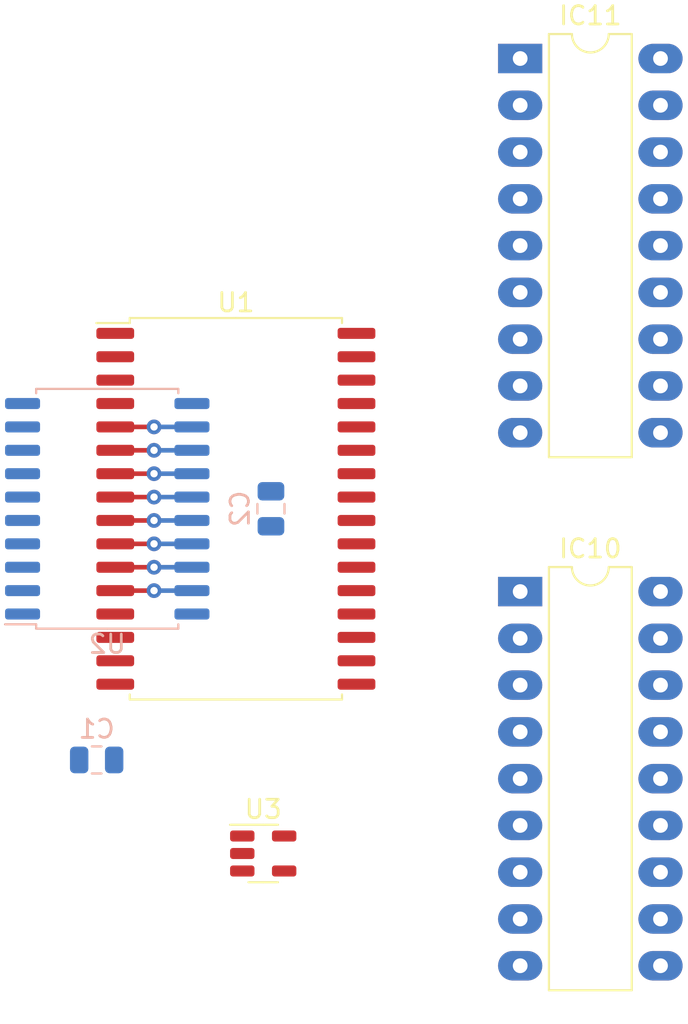
<source format=kicad_pcb>
(kicad_pcb (version 20211014) (generator pcbnew)
  (layers (0 "F.Cu" signal) (31 "B.Cu" signal) (34 "B.Paste" user) (35 "F.Paste" user) (36 "B.SilkS" user "B.Silkscreen") (37 "F.SilkS" user "F.Silkscreen") (38 "B.Mask" user) (39 "F.Mask" user) (44 "Edge.Cuts" user))
  (net 0 "")
  (net 1 "VCC")
  (net 2 "GND")
  (net 4 "/MA6")
  (net 5 "/MA4")
  (net 6 "/A7")
  (net 7 "/A6")
  (net 8 "/A5")
  (net 9 "/A4")
  (net 10 "/A3")
  (net 11 "/A2")
  (net 12 "/A1")
  (net 13 "/A0")
  (net 14 "/D0")
  (net 15 "/D1")
  (net 16 "/D2")
  (net 17 "/D3")
  (net 18 "/D4")
  (net 19 "/D5")
  (net 20 "/D6")
  (net 21 "/D7")
  (net 22 "Net-(U1-Pad22)")
  (net 23 "/MA2")
  (net 24 "/~{OE}")
  (net 25 "/MA3")
  (net 26 "/MA1")
  (net 27 "/MA0")
  (net 28 "/MA5")
  (net 29 "/~{WE}")
  (net 30 "/MA7")
  (net 31 "/~{RAS}")
  (net 32 "/~{CAS}")
  (footprint "Package_DIP:DIP-18_W7.62mm_LongPads" (layer "F.Cu") (at 151.115 66.05)
    (fp_text reference "IC11" (at 3.81 -2.33) (layer "F.SilkS"))
    (fp_text value "TMS4464")
    (fp_line (start 1.56 -1.33) (end 1.56 21.65) (layer "F.SilkS") (width 0.12))
    (fp_line (start 1.56 21.65) (end 6.06 21.65) (layer "F.SilkS") (width 0.12))
    (fp_line (start 2.81 -1.33) (end 1.56 -1.33) (layer "F.SilkS") (width 0.12))
    (fp_line (start 6.06 21.65) (end 6.06 -1.33) (layer "F.SilkS") (width 0.12))
    (fp_line (start 6.06 -1.33) (end 4.81 -1.33) (layer "F.SilkS") (width 0.12))
    (fp_arc (start 4.81 -1.33) (mid 3.81 -0.33) (end 2.81 -1.33) (layer "F.SilkS") (width 0.12))
    (pad "1" thru_hole rect locked (at 0 0) (size 2.4 1.6) (drill 0.8) (layers *.Cu *.Mask))
    (pad "2" thru_hole oval locked (at 0 2.54) (size 2.4 1.6) (drill 0.8) (layers *.Cu *.Mask) (net 14 "/D0"))
    (pad "3" thru_hole oval locked (at 0 5.08) (size 2.4 1.6) (drill 0.8) (layers *.Cu *.Mask) (net 15 "/D1"))
    (pad "4" thru_hole oval locked (at 0 7.62) (size 2.4 1.6) (drill 0.8) (layers *.Cu *.Mask))
    (pad "5" thru_hole oval locked (at 0 10.16) (size 2.4 1.6) (drill 0.8) (layers *.Cu *.Mask))
    (pad "6" thru_hole oval locked (at 0 12.7) (size 2.4 1.6) (drill 0.8) (layers *.Cu *.Mask))
    (pad "7" thru_hole oval locked (at 0 15.24) (size 2.4 1.6) (drill 0.8) (layers *.Cu *.Mask))
    (pad "8" thru_hole oval locked (at 0 17.78) (size 2.4 1.6) (drill 0.8) (layers *.Cu *.Mask))
    (pad "9" thru_hole oval locked (at 0 20.32) (size 2.4 1.6) (drill 0.8) (layers *.Cu *.Mask) (net 1 "VCC"))
    (pad "10" thru_hole oval locked (at 7.62 20.32) (size 2.4 1.6) (drill 0.8) (layers *.Cu *.Mask))
    (pad "11" thru_hole oval locked (at 7.62 17.78) (size 2.4 1.6) (drill 0.8) (layers *.Cu *.Mask))
    (pad "12" thru_hole oval locked (at 7.62 15.24) (size 2.4 1.6) (drill 0.8) (layers *.Cu *.Mask))
    (pad "13" thru_hole oval locked (at 7.62 12.7) (size 2.4 1.6) (drill 0.8) (layers *.Cu *.Mask))
    (pad "14" thru_hole oval locked (at 7.62 10.16) (size 2.4 1.6) (drill 0.8) (layers *.Cu *.Mask))
    (pad "15" thru_hole oval locked (at 7.62 7.62) (size 2.4 1.6) (drill 0.8) (layers *.Cu *.Mask) (net 16 "/D2"))
    (pad "16" thru_hole oval locked (at 7.62 5.08) (size 2.4 1.6) (drill 0.8) (layers *.Cu *.Mask))
    (pad "17" thru_hole oval locked (at 7.62 2.54) (size 2.4 1.6) (drill 0.8) (layers *.Cu *.Mask) (net 17 "/D3"))
    (pad "18" thru_hole oval locked (at 7.62 0) (size 2.4 1.6) (drill 0.8) (layers *.Cu *.Mask) (net 2 "GND"))
  )
  (footprint "Package_TO_SOT_SMD:SOT-23-5" (layer "F.Cu") (at 137.16 109.22)
    (fp_text reference "U3" (at 0 -2.4) (layer "F.SilkS"))
    (fp_text value "74LVC1G32")
    (fp_line (start 0 1.56) (end 0.8 1.56) (layer "F.SilkS") (width 0.12))
    (fp_line (start 0 1.56) (end -0.8 1.56) (layer "F.SilkS") (width 0.12))
    (fp_line (start 0 -1.56) (end 0.8 -1.56) (layer "F.SilkS") (width 0.12))
    (fp_line (start 0 -1.56) (end -1.8 -1.56) (layer "F.SilkS") (width 0.12))
    (pad "1" smd roundrect (at -1.1375 -0.95) (size 1.325 0.6) (layers "F.Cu" "F.Paste" "F.Mask") (net 31 "/~{RAS}"))
    (pad "2" smd roundrect (at -1.1375 0) (size 1.325 0.6) (layers "F.Cu" "F.Paste" "F.Mask") (net 32 "/~{CAS}"))
    (pad "3" smd roundrect (at -1.1375 0.95) (size 1.325 0.6) (layers "F.Cu" "F.Paste" "F.Mask") (net 2 "GND"))
    (pad "4" smd roundrect (at 1.1375 0.95) (size 1.325 0.6) (layers "F.Cu" "F.Paste" "F.Mask") (net 22 "Net-(U1-Pad22)"))
    (pad "5" smd roundrect (at 1.1375 -0.95) (size 1.325 0.6) (layers "F.Cu" "F.Paste" "F.Mask") (net 1 "VCC"))
  )
  (footprint "Package_DIP:DIP-18_W7.62mm_LongPads" (layer "F.Cu") (at 151.115 94.996)
    (fp_text reference "IC10" (at 3.81 -2.33) (layer "F.SilkS"))
    (fp_text value "TMS4464")
    (fp_line (start 1.56 -1.33) (end 1.56 21.65) (layer "F.SilkS") (width 0.12))
    (fp_line (start 1.56 21.65) (end 6.06 21.65) (layer "F.SilkS") (width 0.12))
    (fp_line (start 6.06 -1.33) (end 4.81 -1.33) (layer "F.SilkS") (width 0.12))
    (fp_line (start 2.81 -1.33) (end 1.56 -1.33) (layer "F.SilkS") (width 0.12))
    (fp_line (start 6.06 21.65) (end 6.06 -1.33) (layer "F.SilkS") (width 0.12))
    (fp_arc (start 4.81 -1.33) (mid 3.81 -0.33) (end 2.81 -1.33) (layer "F.SilkS") (width 0.12))
    (pad "1" thru_hole rect locked (at 0 0) (size 2.4 1.6) (drill 0.8) (layers *.Cu *.Mask) (net 24 "/~{OE}"))
    (pad "2" thru_hole oval locked (at 0 2.54) (size 2.4 1.6) (drill 0.8) (layers *.Cu *.Mask) (net 18 "/D4"))
    (pad "3" thru_hole oval locked (at 0 5.08) (size 2.4 1.6) (drill 0.8) (layers *.Cu *.Mask) (net 19 "/D5"))
    (pad "4" thru_hole oval locked (at 0 7.62) (size 2.4 1.6) (drill 0.8) (layers *.Cu *.Mask) (net 29 "/~{WE}"))
    (pad "5" thru_hole oval locked (at 0 10.16) (size 2.4 1.6) (drill 0.8) (layers *.Cu *.Mask) (net 31 "/~{RAS}"))
    (pad "6" thru_hole oval locked (at 0 12.7) (size 2.4 1.6) (drill 0.8) (layers *.Cu *.Mask) (net 4 "/MA6"))
    (pad "7" thru_hole oval locked (at 0 15.24) (size 2.4 1.6) (drill 0.8) (layers *.Cu *.Mask) (net 28 "/MA5"))
    (pad "8" thru_hole oval locked (at 0 17.78) (size 2.4 1.6) (drill 0.8) (layers *.Cu *.Mask) (net 5 "/MA4"))
    (pad "9" thru_hole oval locked (at 0 20.32) (size 2.4 1.6) (drill 0.8) (layers *.Cu *.Mask) (net 1 "VCC"))
    (pad "10" thru_hole oval locked (at 7.62 20.32) (size 2.4 1.6) (drill 0.8) (layers *.Cu *.Mask) (net 30 "/MA7"))
    (pad "11" thru_hole oval locked (at 7.62 17.78) (size 2.4 1.6) (drill 0.8) (layers *.Cu *.Mask) (net 25 "/MA3"))
    (pad "12" thru_hole oval locked (at 7.62 15.24) (size 2.4 1.6) (drill 0.8) (layers *.Cu *.Mask) (net 23 "/MA2"))
    (pad "13" thru_hole oval locked (at 7.62 12.7) (size 2.4 1.6) (drill 0.8) (layers *.Cu *.Mask) (net 26 "/MA1"))
    (pad "14" thru_hole oval locked (at 7.62 10.16) (size 2.4 1.6) (drill 0.8) (layers *.Cu *.Mask) (net 27 "/MA0"))
    (pad "15" thru_hole oval locked (at 7.62 7.62) (size 2.4 1.6) (drill 0.8) (layers *.Cu *.Mask) (net 20 "/D6"))
    (pad "16" thru_hole oval locked (at 7.62 5.08) (size 2.4 1.6) (drill 0.8) (layers *.Cu *.Mask) (net 32 "/~{CAS}"))
    (pad "17" thru_hole oval locked (at 7.62 2.54) (size 2.4 1.6) (drill 0.8) (layers *.Cu *.Mask) (net 21 "/D7"))
    (pad "18" thru_hole oval locked (at 7.62 0) (size 2.4 1.6) (drill 0.8) (layers *.Cu *.Mask) (net 2 "GND"))
  )
  (footprint "Package_SO:SSOP-32_11.305x20.495mm_P1.27mm" (layer "F.Cu") (at 135.675 90.5)
    (fp_text reference "U1" (at 0 -11.2) (layer "F.SilkS"))
    (fp_text value "IS62C1024AL-35QLI")
    (fp_line (start -5.7625 10.3575) (end -5.7625 10.085) (layer "F.SilkS") (width 0.12))
    (fp_line (start -5.7625 -10.3575) (end -5.7625 -10.085) (layer "F.SilkS") (width 0.12))
    (fp_line (start 0 10.3575) (end -5.7625 10.3575) (layer "F.SilkS") (width 0.12))
    (fp_line (start 0 -10.3575) (end -5.7625 -10.3575) (layer "F.SilkS") (width 0.12))
    (fp_line (start 5.7625 10.3575) (end 5.7625 10.085) (layer "F.SilkS") (width 0.12))
    (fp_line (start 0 10.3575) (end 5.7625 10.3575) (layer "F.SilkS") (width 0.12))
    (fp_line (start 0 -10.3575) (end 5.7625 -10.3575) (layer "F.SilkS") (width 0.12))
    (fp_line (start -5.7625 -10.085) (end -7.575 -10.085) (layer "F.SilkS") (width 0.12))
    (fp_line (start 5.7625 -10.3575) (end 5.7625 -10.085) (layer "F.SilkS") (width 0.12))
    (pad "1" smd roundrect (at -6.55 -9.525) (size 2.05 0.6) (layers "F.Cu" "F.Paste" "F.Mask"))
    (pad "2" smd roundrect (at -6.55 -8.255) (size 2.05 0.6) (layers "F.Cu" "F.Paste" "F.Mask") (net 2 "GND"))
    (pad "3" smd roundrect (at -6.55 -6.985) (size 2.05 0.6) (layers "F.Cu" "F.Paste" "F.Mask") (net 4 "/MA6"))
    (pad "4" smd roundrect (at -6.55 -5.715) (size 2.05 0.6) (layers "F.Cu" "F.Paste" "F.Mask") (net 5 "/MA4"))
    (pad "5" smd roundrect (at -6.55 -4.445) (size 2.05 0.6) (layers "F.Cu" "F.Paste" "F.Mask") (net 6 "/A7"))
    (pad "6" smd roundrect (at -6.55 -3.175) (size 2.05 0.6) (layers "F.Cu" "F.Paste" "F.Mask") (net 7 "/A6"))
    (pad "7" smd roundrect (at -6.55 -1.905) (size 2.05 0.6) (layers "F.Cu" "F.Paste" "F.Mask") (net 8 "/A5"))
    (pad "8" smd roundrect (at -6.55 -0.635) (size 2.05 0.6) (layers "F.Cu" "F.Paste" "F.Mask") (net 9 "/A4"))
    (pad "9" smd roundrect (at -6.55 0.635) (size 2.05 0.6) (layers "F.Cu" "F.Paste" "F.Mask") (net 10 "/A3"))
    (pad "10" smd roundrect (at -6.55 1.905) (size 2.05 0.6) (layers "F.Cu" "F.Paste" "F.Mask") (net 11 "/A2"))
    (pad "11" smd roundrect (at -6.55 3.175) (size 2.05 0.6) (layers "F.Cu" "F.Paste" "F.Mask") (net 12 "/A1"))
    (pad "12" smd roundrect (at -6.55 4.445) (size 2.05 0.6) (layers "F.Cu" "F.Paste" "F.Mask") (net 13 "/A0"))
    (pad "13" smd roundrect (at -6.55 5.715) (size 2.05 0.6) (layers "F.Cu" "F.Paste" "F.Mask") (net 14 "/D0"))
    (pad "14" smd roundrect (at -6.55 6.985) (size 2.05 0.6) (layers "F.Cu" "F.Paste" "F.Mask") (net 15 "/D1"))
    (pad "15" smd roundrect (at -6.55 8.255) (size 2.05 0.6) (layers "F.Cu" "F.Paste" "F.Mask") (net 16 "/D2"))
    (pad "16" smd roundrect (at -6.55 9.525) (size 2.05 0.6) (layers "F.Cu" "F.Paste" "F.Mask") (net 2 "GND"))
    (pad "17" smd roundrect (at 6.55 9.525) (size 2.05 0.6) (layers "F.Cu" "F.Paste" "F.Mask") (net 17 "/D3"))
    (pad "18" smd roundrect (at 6.55 8.255) (size 2.05 0.6) (layers "F.Cu" "F.Paste" "F.Mask") (net 18 "/D4"))
    (pad "19" smd roundrect (at 6.55 6.985) (size 2.05 0.6) (layers "F.Cu" "F.Paste" "F.Mask") (net 19 "/D5"))
    (pad "20" smd roundrect (at 6.55 5.715) (size 2.05 0.6) (layers "F.Cu" "F.Paste" "F.Mask") (net 20 "/D6"))
    (pad "21" smd roundrect (at 6.55 4.445) (size 2.05 0.6) (layers "F.Cu" "F.Paste" "F.Mask") (net 21 "/D7"))
    (pad "22" smd roundrect (at 6.55 3.175) (size 2.05 0.6) (layers "F.Cu" "F.Paste" "F.Mask") (net 22 "Net-(U1-Pad22)"))
    (pad "23" smd roundrect (at 6.55 1.905) (size 2.05 0.6) (layers "F.Cu" "F.Paste" "F.Mask") (net 23 "/MA2"))
    (pad "24" smd roundrect (at 6.55 0.635) (size 2.05 0.6) (layers "F.Cu" "F.Paste" "F.Mask") (net 24 "/~{OE}"))
    (pad "25" smd roundrect (at 6.55 -0.635) (size 2.05 0.6) (layers "F.Cu" "F.Paste" "F.Mask") (net 25 "/MA3"))
    (pad "26" smd roundrect (at 6.55 -1.905) (size 2.05 0.6) (layers "F.Cu" "F.Paste" "F.Mask") (net 26 "/MA1"))
    (pad "27" smd roundrect (at 6.55 -3.175) (size 2.05 0.6) (layers "F.Cu" "F.Paste" "F.Mask") (net 27 "/MA0"))
    (pad "28" smd roundrect (at 6.55 -4.445) (size 2.05 0.6) (layers "F.Cu" "F.Paste" "F.Mask") (net 28 "/MA5"))
    (pad "29" smd roundrect (at 6.55 -5.715) (size 2.05 0.6) (layers "F.Cu" "F.Paste" "F.Mask") (net 29 "/~{WE}"))
    (pad "30" smd roundrect (at 6.55 -6.985) (size 2.05 0.6) (layers "F.Cu" "F.Paste" "F.Mask") (net 1 "VCC"))
    (pad "31" smd roundrect (at 6.55 -8.255) (size 2.05 0.6) (layers "F.Cu" "F.Paste" "F.Mask") (net 30 "/MA7"))
    (pad "32" smd roundrect (at 6.55 -9.525) (size 2.05 0.6) (layers "F.Cu" "F.Paste" "F.Mask") (net 1 "VCC"))
  )
  (footprint "Package_SO:SOP-20_7.5x12.8mm_P1.27mm" (layer "B.Cu") (at 128.69 90.5)
    (fp_text reference "U2" (at 0 7.35) (layer "B.SilkS") (effects (justify mirror)))
    (fp_text value "74HCT573")
    (fp_line (start 3.86 -6.51) (end 3.86 -6.275) (layer "B.SilkS") (width 0.12))
    (fp_line (start 0 6.51) (end 3.86 6.51) (layer "B.SilkS") (width 0.12))
    (fp_line (start 3.86 6.51) (end 3.86 6.275) (layer "B.SilkS") (width 0.12))
    (fp_line (start -3.86 6.275) (end -5.55 6.275) (layer "B.SilkS") (width 0.12))
    (fp_line (start -3.86 6.51) (end -3.86 6.275) (layer "B.SilkS") (width 0.12))
    (fp_line (start 0 -6.51) (end 3.86 -6.51) (layer "B.SilkS") (width 0.12))
    (fp_line (start 0 6.51) (end -3.86 6.51) (layer "B.SilkS") (width 0.12))
    (fp_line (start 0 -6.51) (end -3.86 -6.51) (layer "B.SilkS") (width 0.12))
    (fp_line (start -3.86 -6.51) (end -3.86 -6.275) (layer "B.SilkS") (width 0.12))
    (pad "1" smd roundrect (at -4.6 5.715) (size 1.9 0.6) (layers "B.Cu" "B.Paste" "B.Mask") (net 2 "GND"))
    (pad "2" smd roundrect (at -4.6 4.445) (size 1.9 0.6) (layers "B.Cu" "B.Paste" "B.Mask") (net 27 "/MA0"))
    (pad "3" smd roundrect (at -4.6 3.175) (size 1.9 0.6) (layers "B.Cu" "B.Paste" "B.Mask") (net 26 "/MA1"))
    (pad "4" smd roundrect (at -4.6 1.905) (size 1.9 0.6) (layers "B.Cu" "B.Paste" "B.Mask") (net 23 "/MA2"))
    (pad "5" smd roundrect (at -4.6 0.635) (size 1.9 0.6) (layers "B.Cu" "B.Paste" "B.Mask") (net 25 "/MA3"))
    (pad "6" smd roundrect (at -4.6 -0.635) (size 1.9 0.6) (layers "B.Cu" "B.Paste" "B.Mask") (net 5 "/MA4"))
    (pad "7" smd roundrect (at -4.6 -1.905) (size 1.9 0.6) (layers "B.Cu" "B.Paste" "B.Mask") (net 28 "/MA5"))
    (pad "8" smd roundrect (at -4.6 -3.175) (size 1.9 0.6) (layers "B.Cu" "B.Paste" "B.Mask") (net 4 "/MA6"))
    (pad "9" smd roundrect (at -4.6 -4.445) (size 1.9 0.6) (layers "B.Cu" "B.Paste" "B.Mask") (net 30 "/MA7"))
    (pad "10" smd roundrect (at -4.6 -5.715) (size 1.9 0.6) (layers "B.Cu" "B.Paste" "B.Mask") (net 2 "GND"))
    (pad "11" smd roundrect (at 4.6 -5.715) (size 1.9 0.6) (layers "B.Cu" "B.Paste" "B.Mask") (net 31 "/~{RAS}"))
    (pad "12" smd roundrect (at 4.6 -4.445) (size 1.9 0.6) (layers "B.Cu" "B.Paste" "B.Mask") (net 6 "/A7"))
    (pad "13" smd roundrect (at 4.6 -3.175) (size 1.9 0.6) (layers "B.Cu" "B.Paste" "B.Mask") (net 7 "/A6"))
    (pad "14" smd roundrect (at 4.6 -1.905) (size 1.9 0.6) (layers "B.Cu" "B.Paste" "B.Mask") (net 8 "/A5"))
    (pad "15" smd roundrect (at 4.6 -0.635) (size 1.9 0.6) (layers "B.Cu" "B.Paste" "B.Mask") (net 9 "/A4"))
    (pad "16" smd roundrect (at 4.6 0.635) (size 1.9 0.6) (layers "B.Cu" "B.Paste" "B.Mask") (net 10 "/A3"))
    (pad "17" smd roundrect (at 4.6 1.905) (size 1.9 0.6) (layers "B.Cu" "B.Paste" "B.Mask") (net 11 "/A2"))
    (pad "18" smd roundrect (at 4.6 3.175) (size 1.9 0.6) (layers "B.Cu" "B.Paste" "B.Mask") (net 12 "/A1"))
    (pad "19" smd roundrect (at 4.6 4.445) (size 1.9 0.6) (layers "B.Cu" "B.Paste" "B.Mask") (net 13 "/A0"))
    (pad "20" smd roundrect (at 4.6 5.715) (size 1.9 0.6) (layers "B.Cu" "B.Paste" "B.Mask") (net 1 "VCC"))
  )
  (footprint "Capacitor_SMD:C_0805_2012Metric" (layer "B.Cu") (at 137.58 90.5 -90)
    (fp_text reference "C2" (at 0 1.68 90) (layer "B.SilkS") (effects (justify mirror)))
    (fp_text value "100nF")
    (fp_line (start -0.261252 0.735) (end 0.261252 0.735) (layer "B.SilkS") (width 0.12))
    (fp_line (start -0.261252 -0.735) (end 0.261252 -0.735) (layer "B.SilkS") (width 0.12))
    (pad "1" smd roundrect (at -0.95 0 270) (size 1 1.45) (layers "B.Cu" "B.Paste" "B.Mask") (net 1 "VCC"))
    (pad "2" smd roundrect (at 0.95 0 270) (size 1 1.45) (layers "B.Cu" "B.Paste" "B.Mask") (net 2 "GND"))
  )
  (footprint "Capacitor_SMD:C_0805_2012Metric" (layer "B.Cu") (at 128.115 104.14 180)
    (fp_text reference "C1" (at 0 1.68) (layer "B.SilkS") (effects (justify mirror)))
    (fp_text value "100nF")
    (fp_line (start -0.261252 -0.735) (end 0.261252 -0.735) (layer "B.SilkS") (width 0.12))
    (fp_line (start -0.261252 0.735) (end 0.261252 0.735) (layer "B.SilkS") (width 0.12))
    (pad "1" smd roundrect (at -0.95 0 180) (size 1 1.45) (layers "B.Cu" "B.Paste" "B.Mask") (net 1 "VCC"))
    (pad "2" smd roundrect (at 0.95 0 180) (size 1 1.45) (layers "B.Cu" "B.Paste" "B.Mask") (net 2 "GND"))
  )
  (segment (start 129.125 86.055) (end 131.23 86.055) (width 0.25) (layer "F.Cu") (net 6))
  (via (at 131.23 86.055) (size 0.8) (drill 0.4) (layers "F.Cu" "B.Cu") (net 6))
  (segment (start 131.23 86.055) (end 133.29 86.055) (width 0.25) (layer "B.Cu") (net 6))
  (segment (start 129.125 87.325) (end 131.23 87.325) (width 0.25) (layer "F.Cu") (net 7))
  (via (at 131.23 87.325) (size 0.8) (drill 0.4) (layers "F.Cu" "B.Cu") (net 7))
  (segment (start 131.23 87.325) (end 133.29 87.325) (width 0.25) (layer "B.Cu") (net 7))
  (segment (start 129.125 88.595) (end 131.23 88.595) (width 0.25) (layer "F.Cu") (net 8))
  (via (at 131.23 88.595) (size 0.8) (drill 0.4) (layers "F.Cu" "B.Cu") (net 8))
  (segment (start 131.23 88.595) (end 133.29 88.595) (width 0.25) (layer "B.Cu") (net 8))
  (segment (start 129.125 89.865) (end 131.23 89.865) (width 0.25) (layer "F.Cu") (net 9))
  (via (at 131.23 89.865) (size 0.8) (drill 0.4) (layers "F.Cu" "B.Cu") (net 9))
  (segment (start 131.23 89.865) (end 133.29 89.865) (width 0.25) (layer "B.Cu") (net 9))
  (segment (start 129.125 91.135) (end 131.23 91.135) (width 0.25) (layer "F.Cu") (net 10))
  (via (at 131.23 91.135) (size 0.8) (drill 0.4) (layers "F.Cu" "B.Cu") (net 10))
  (segment (start 131.23 91.135) (end 133.29 91.135) (width 0.25) (layer "B.Cu") (net 10))
  (segment (start 129.125 92.405) (end 131.23 92.405) (width 0.25) (layer "F.Cu") (net 11))
  (via (at 131.23 92.405) (size 0.8) (drill 0.4) (layers "F.Cu" "B.Cu") (net 11))
  (segment (start 131.23 92.405) (end 133.29 92.405) (width 0.25) (layer "B.Cu") (net 11))
  (segment (start 129.125 93.675) (end 131.23 93.675) (width 0.25) (layer "F.Cu") (net 12))
  (via (at 131.23 93.675) (size 0.8) (drill 0.4) (layers "F.Cu" "B.Cu") (net 12))
  (segment (start 131.23 93.675) (end 133.29 93.675) (width 0.25) (layer "B.Cu") (net 12))
  (segment (start 129.125 94.945) (end 131.23 94.945) (width 0.25) (layer "F.Cu") (net 13))
  (via (at 131.23 94.945) (size 0.8) (drill 0.4) (layers "F.Cu" "B.Cu") (net 13))
  (segment (start 131.23 94.945) (end 133.29 94.945) (width 0.25) (layer "B.Cu") (net 13))
)
</source>
